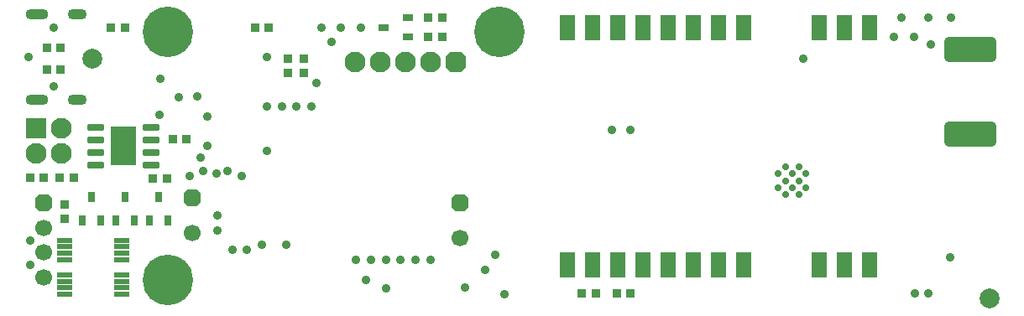
<source format=gbr>
G04*
G04 #@! TF.GenerationSoftware,Altium Limited,Altium Designer,25.8.1 (18)*
G04*
G04 Layer_Color=16711935*
%FSLAX44Y44*%
%MOMM*%
G71*
G04*
G04 #@! TF.SameCoordinates,845D26C6-CDDF-46F2-9304-2575DF004011*
G04*
G04*
G04 #@! TF.FilePolarity,Negative*
G04*
G01*
G75*
%ADD51R,0.9500X0.9500*%
%ADD52R,0.9500X0.9500*%
%ADD53R,1.1000X0.7000*%
G04:AMPARAMS|DCode=58|XSize=5.18mm|YSize=2.52mm|CornerRadius=0.3525mm|HoleSize=0mm|Usage=FLASHONLY|Rotation=180.000|XOffset=0mm|YOffset=0mm|HoleType=Round|Shape=RoundedRectangle|*
%AMROUNDEDRECTD58*
21,1,5.1800,1.8150,0,0,180.0*
21,1,4.4750,2.5200,0,0,180.0*
1,1,0.7050,-2.2375,0.9075*
1,1,0.7050,2.2375,0.9075*
1,1,0.7050,2.2375,-0.9075*
1,1,0.7050,-2.2375,-0.9075*
%
%ADD58ROUNDEDRECTD58*%
%ADD59R,0.7000X1.1000*%
%ADD67C,2.0000*%
%ADD78C,1.7000*%
%ADD79C,5.1000*%
%ADD80C,2.1000*%
%ADD81R,2.1000X2.1000*%
%ADD82C,0.6000*%
%ADD83C,0.7000*%
G04:AMPARAMS|DCode=84|XSize=2.1mm|YSize=2.1mm|CornerRadius=0mm|HoleSize=0mm|Usage=FLASHONLY|Rotation=180.000|XOffset=0mm|YOffset=0mm|HoleType=Round|Shape=Octagon|*
%AMOCTAGOND84*
4,1,8,-1.0500,0.5250,-1.0500,-0.5250,-0.5250,-1.0500,0.5250,-1.0500,1.0500,-0.5250,1.0500,0.5250,0.5250,1.0500,-0.5250,1.0500,-1.0500,0.5250,0.0*
%
%ADD84OCTAGOND84*%

G04:AMPARAMS|DCode=85|XSize=1.7mm|YSize=1.7mm|CornerRadius=0mm|HoleSize=0mm|Usage=FLASHONLY|Rotation=270.000|XOffset=0mm|YOffset=0mm|HoleType=Round|Shape=Octagon|*
%AMOCTAGOND85*
4,1,8,-0.4250,-0.8500,0.4250,-0.8500,0.8500,-0.4250,0.8500,0.4250,0.4250,0.8500,-0.4250,0.8500,-0.8500,0.4250,-0.8500,-0.4250,-0.4250,-0.8500,0.0*
%
%ADD85OCTAGOND85*%

%ADD86O,2.3000X1.1000*%
%ADD87O,1.9000X1.1000*%
%ADD88C,0.9032*%
G04:AMPARAMS|DCode=108|XSize=1.575mm|YSize=0.5mm|CornerRadius=0.1mm|HoleSize=0mm|Usage=FLASHONLY|Rotation=0.000|XOffset=0mm|YOffset=0mm|HoleType=Round|Shape=RoundedRectangle|*
%AMROUNDEDRECTD108*
21,1,1.5750,0.3000,0,0,0.0*
21,1,1.3750,0.5000,0,0,0.0*
1,1,0.2000,0.6875,-0.1500*
1,1,0.2000,-0.6875,-0.1500*
1,1,0.2000,-0.6875,0.1500*
1,1,0.2000,0.6875,0.1500*
%
%ADD108ROUNDEDRECTD108*%
%ADD109R,2.5100X3.9100*%
G04:AMPARAMS|DCode=110|XSize=1.7mm|YSize=0.7mm|CornerRadius=0.125mm|HoleSize=0mm|Usage=FLASHONLY|Rotation=180.000|XOffset=0mm|YOffset=0mm|HoleType=Round|Shape=RoundedRectangle|*
%AMROUNDEDRECTD110*
21,1,1.7000,0.4500,0,0,180.0*
21,1,1.4500,0.7000,0,0,180.0*
1,1,0.2500,-0.7250,0.2250*
1,1,0.2500,0.7250,0.2250*
1,1,0.2500,0.7250,-0.2250*
1,1,0.2500,-0.7250,-0.2250*
%
%ADD110ROUNDEDRECTD110*%
%ADD111R,1.6000X2.6000*%
D51*
X573000Y21000D02*
D03*
X622000D02*
D03*
X33000Y269000D02*
D03*
Y247000D02*
D03*
X174000Y177000D02*
D03*
X243000Y290000D02*
D03*
X154000Y137000D02*
D03*
X16000Y138000D02*
D03*
X30000D02*
D03*
X432000Y300000D02*
D03*
X418000D02*
D03*
X418000Y280000D02*
D03*
X432000D02*
D03*
X140000Y137000D02*
D03*
X98000Y290000D02*
D03*
X112000D02*
D03*
X257000D02*
D03*
X160000Y177000D02*
D03*
X46000Y138000D02*
D03*
X60000D02*
D03*
X47000Y247000D02*
D03*
Y269000D02*
D03*
X608000Y21000D02*
D03*
X587000D02*
D03*
D52*
X276000Y258000D02*
D03*
X292000Y258000D02*
D03*
X51000Y97000D02*
D03*
Y111000D02*
D03*
X292000Y244000D02*
D03*
X276000Y244000D02*
D03*
D53*
X397000Y299500D02*
D03*
Y280500D02*
D03*
X373000Y290000D02*
D03*
D58*
X965000Y267500D02*
D03*
Y182500D02*
D03*
D59*
X146000Y119000D02*
D03*
X136500Y95000D02*
D03*
X155500D02*
D03*
X78000Y119000D02*
D03*
X68500Y95000D02*
D03*
X87500D02*
D03*
X112000Y119000D02*
D03*
X102500Y95000D02*
D03*
X121500D02*
D03*
D67*
X79000Y258000D02*
D03*
X984000Y16000D02*
D03*
D78*
X180000Y82500D02*
D03*
X450000Y77500D02*
D03*
X30000Y62500D02*
D03*
Y87500D02*
D03*
Y37500D02*
D03*
D79*
X155000Y35000D02*
D03*
X490000Y285000D02*
D03*
X155000D02*
D03*
D80*
X22300Y162300D02*
D03*
X344200Y255000D02*
D03*
X395000D02*
D03*
X420400D02*
D03*
X369600D02*
D03*
X47700Y187700D02*
D03*
Y162300D02*
D03*
D81*
X22300Y187700D02*
D03*
D82*
X103000Y184000D02*
D03*
X117000Y170000D02*
D03*
X103000D02*
D03*
X117000Y156000D02*
D03*
X103000D02*
D03*
X117000Y184000D02*
D03*
D83*
X778000Y135000D02*
D03*
Y121000D02*
D03*
Y149000D02*
D03*
X771000Y142000D02*
D03*
Y128000D02*
D03*
X785000Y142000D02*
D03*
Y128000D02*
D03*
X792000Y135000D02*
D03*
Y121000D02*
D03*
Y149000D02*
D03*
X799000Y142000D02*
D03*
Y128000D02*
D03*
D84*
X445800Y255000D02*
D03*
D85*
X450000Y112500D02*
D03*
X30000Y112500D02*
D03*
X180000Y117500D02*
D03*
D86*
X23500Y303200D02*
D03*
Y216800D02*
D03*
D87*
X63500Y303200D02*
D03*
Y216800D02*
D03*
D88*
X188000Y158000D02*
D03*
X191000Y145000D02*
D03*
X204000Y142000D02*
D03*
X215000Y145000D02*
D03*
X255000Y210000D02*
D03*
Y165000D02*
D03*
X230000Y140000D02*
D03*
X270000Y210000D02*
D03*
X285000D02*
D03*
X300000D02*
D03*
X345000Y55000D02*
D03*
X360000D02*
D03*
X375000D02*
D03*
X390000D02*
D03*
X405000D02*
D03*
X420000D02*
D03*
X275000Y70000D02*
D03*
X250000D02*
D03*
X235000Y65000D02*
D03*
X220000D02*
D03*
X205000Y100000D02*
D03*
Y85000D02*
D03*
X603000Y186000D02*
D03*
X622000D02*
D03*
X475000Y45000D02*
D03*
X455000Y27000D02*
D03*
X495000Y20000D02*
D03*
X485000Y60000D02*
D03*
X350000Y290000D02*
D03*
X330000D02*
D03*
X255000Y260000D02*
D03*
X320000Y275000D02*
D03*
X40000Y290000D02*
D03*
Y230000D02*
D03*
X15000Y260000D02*
D03*
X16000Y75000D02*
D03*
Y50000D02*
D03*
X375000Y26000D02*
D03*
X945000Y300000D02*
D03*
X922500D02*
D03*
X195000Y200000D02*
D03*
Y170000D02*
D03*
X185000Y220000D02*
D03*
X166000Y219000D02*
D03*
X310000Y290000D02*
D03*
X907500Y280000D02*
D03*
X895000Y300000D02*
D03*
X925000Y272500D02*
D03*
X887500Y280000D02*
D03*
X177000Y140000D02*
D03*
X305000Y234000D02*
D03*
X147000Y202000D02*
D03*
X796000Y258000D02*
D03*
X944000Y58000D02*
D03*
X840000Y290000D02*
D03*
X835000Y282000D02*
D03*
Y298000D02*
D03*
X148000Y238000D02*
D03*
X355000Y35000D02*
D03*
X922000Y21000D02*
D03*
X909000D02*
D03*
D108*
X108598Y33250D02*
D03*
Y26750D02*
D03*
X108600Y68250D02*
D03*
Y61750D02*
D03*
X51402Y55250D02*
D03*
Y61750D02*
D03*
Y68250D02*
D03*
Y74750D02*
D03*
X108600Y55250D02*
D03*
Y74750D02*
D03*
X51400Y20250D02*
D03*
Y26750D02*
D03*
Y33250D02*
D03*
Y39750D02*
D03*
X108598Y20250D02*
D03*
Y39750D02*
D03*
D109*
X110000Y170000D02*
D03*
D110*
X138000Y163650D02*
D03*
Y189050D02*
D03*
Y176350D02*
D03*
Y150950D02*
D03*
X82000Y189050D02*
D03*
Y176350D02*
D03*
Y163650D02*
D03*
Y150950D02*
D03*
D111*
X558600Y50000D02*
D03*
X837500D02*
D03*
X812100D02*
D03*
Y290000D02*
D03*
X862900D02*
D03*
X558600D02*
D03*
X736400Y50000D02*
D03*
X711000D02*
D03*
X862900D02*
D03*
X584000D02*
D03*
X609400D02*
D03*
X634800D02*
D03*
X685600D02*
D03*
X660200D02*
D03*
Y290000D02*
D03*
X736400D02*
D03*
X711000D02*
D03*
X685600D02*
D03*
X634800D02*
D03*
X609400D02*
D03*
X584000D02*
D03*
X837500D02*
D03*
M02*

</source>
